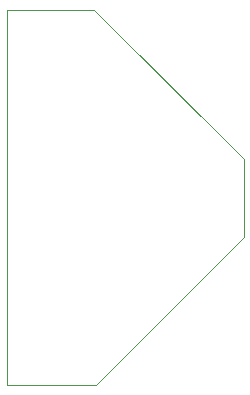
<source format=gbr>
%TF.GenerationSoftware,KiCad,Pcbnew,(5.1.6-0-10_14)*%
%TF.CreationDate,2022-05-20T12:20:58-05:00*%
%TF.ProjectId,programmer_adapter,70726f67-7261-46d6-9d65-725f61646170,rev?*%
%TF.SameCoordinates,Original*%
%TF.FileFunction,Profile,NP*%
%FSLAX46Y46*%
G04 Gerber Fmt 4.6, Leading zero omitted, Abs format (unit mm)*
G04 Created by KiCad (PCBNEW (5.1.6-0-10_14)) date 2022-05-20 12:20:58*
%MOMM*%
%LPD*%
G01*
G04 APERTURE LIST*
%TA.AperFunction,Profile*%
%ADD10C,0.100000*%
%TD*%
G04 APERTURE END LIST*
D10*
X86131400Y-70027800D02*
X86131400Y-63423800D01*
X73482200Y-50774600D02*
X86131400Y-63423800D01*
X66040000Y-50774600D02*
X73482200Y-50774600D01*
X66040000Y-82550000D02*
X66040000Y-50774600D01*
X73609200Y-82550000D02*
X66040000Y-82550000D01*
X86131400Y-70027800D02*
X73609200Y-82550000D01*
M02*

</source>
